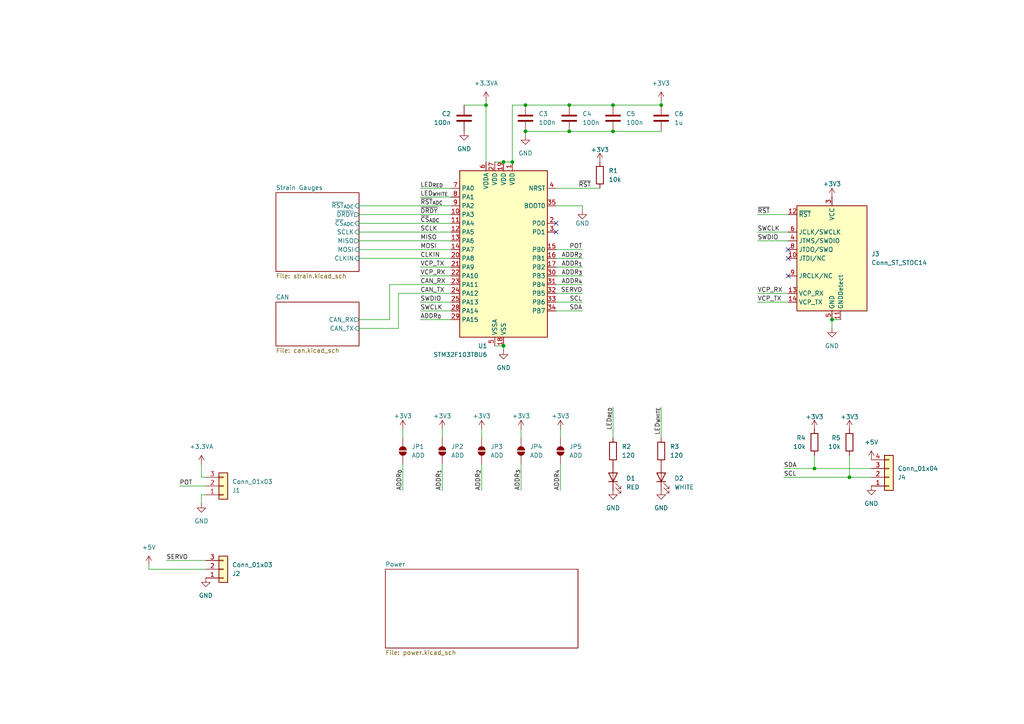
<source format=kicad_sch>
(kicad_sch (version 20250114) (generator "eeschema") (generator_version "9.0")
  (paper "A4")
  (title_block (title "Wing Module") (date "2025-08-14") (rev "1.0") (company "Savo Bajic"))
  (lib_symbols
    (symbol "Connector:Conn_ST_STDC14"
      (property "Reference" "J" (at -8.89 16.51 0))
      (property "Value" "Conn_ST_STDC14" (at 17.78 16.51 0))
      (symbol "Conn_ST_STDC14_0_1"
        (rectangle (start -10.16 15.24) (end 10.16 -15.24) (stroke (width 0.254)) (fill (type background)))
      )
      (symbol "Conn_ST_STDC14_1_1"
        (pin no_connect line (at -10.16 5.08 0) (length 2.54) (hide yes) (name "NC") (number "1"))
        (pin no_connect line (at -10.16 2.54 0) (length 2.54) (hide yes) (name "NC") (number "2"))
        (pin passive line (at -2.54 -17.78 90) (length 2.54) (name "GNDDetect") (number "11"))
        (pin power_in line (at 0 17.78 270) (length 2.54) (name "VCC") (number "3"))
        (pin power_in line (at 0 -17.78 90) (length 2.54) (name "GND") (number "5"))
        (pin passive line (at 0 -17.78 90) (length 2.54) (hide yes) (name "GND") (number "7"))
        (pin open_collector line (at 12.7 12.7 180) (length 2.54) (name "~{RST}") (number "12"))
        (pin output line (at 12.7 7.62 180) (length 2.54) (name "JCLK/SWCLK") (number "6"))
        (pin bidirectional line (at 12.7 5.08 180) (length 2.54) (name "JTMS/SWDIO") (number "4"))
        (pin input line (at 12.7 2.54 180) (length 2.54) (name "JTDO/SWO") (number "8"))
        (pin output line (at 12.7 0 180) (length 2.54) (name "JTDI/NC") (number "10"))
        (pin input line (at 12.7 -5.08 180) (length 2.54) (name "JRCLK/NC") (number "9"))
        (pin output line (at 12.7 -10.16 180) (length 2.54) (name "VCP_RX") (number "13"))
        (pin input line (at 12.7 -12.7 180) (length 2.54) (name "VCP_TX") (number "14"))
      )
    )
    (symbol "Connector_Generic:Conn_01x03" (pin_names (offset 1.016) (hide yes))
      (property "Reference" "J" (at 0 5.08 0))
      (property "Value" "Conn_01x03" (at 0 -5.08 0))
      (symbol "Conn_01x03_1_1"
        (rectangle (start -1.27 3.81) (end 1.27 -3.81) (stroke (width 0.254)) (fill (type background)))
        (rectangle (start -1.27 2.667) (end 0 2.413) (stroke (width 0.1524)))
        (rectangle (start -1.27 0.127) (end 0 -0.127) (stroke (width 0.1524)))
        (rectangle (start -1.27 -2.413) (end 0 -2.667) (stroke (width 0.1524)))
        (pin passive line (at -5.08 2.54 0) (length 3.81) (name "Pin_1") (number "1"))
        (pin passive line (at -5.08 0 0) (length 3.81) (name "Pin_2") (number "2"))
        (pin passive line (at -5.08 -2.54 0) (length 3.81) (name "Pin_3") (number "3"))
      )
    )
    (symbol "Connector_Generic:Conn_01x04" (pin_names (offset 1.016) (hide yes))
      (property "Reference" "J" (at 0 5.08 0))
      (property "Value" "Conn_01x04" (at 0 -7.62 0))
      (symbol "Conn_01x04_1_1"
        (rectangle (start -1.27 3.81) (end 1.27 -6.35) (stroke (width 0.254)) (fill (type background)))
        (rectangle (start -1.27 2.667) (end 0 2.413) (stroke (width 0.1524)))
        (rectangle (start -1.27 0.127) (end 0 -0.127) (stroke (width 0.1524)))
        (rectangle (start -1.27 -2.413) (end 0 -2.667) (stroke (width 0.1524)))
        (rectangle (start -1.27 -4.953) (end 0 -5.207) (stroke (width 0.1524)))
        (pin passive line (at -5.08 2.54 0) (length 3.81) (name "Pin_1") (number "1"))
        (pin passive line (at -5.08 0 0) (length 3.81) (name "Pin_2") (number "2"))
        (pin passive line (at -5.08 -2.54 0) (length 3.81) (name "Pin_3") (number "3"))
        (pin passive line (at -5.08 -5.08 0) (length 3.81) (name "Pin_4") (number "4"))
      )
    )
    (symbol "Device:C" (pin_numbers (hide yes)) (pin_names (offset 0.254))
      (property "Reference" "C" (at 0.635 2.54 0))
      (property "Value" "C" (at 0.635 -2.54 0))
      (symbol "C_0_1"
        (polyline (pts (xy -2.032 0.762) (xy 2.032 0.762)) (stroke (width 0.508)))
        (polyline (pts (xy -2.032 -0.762) (xy 2.032 -0.762)) (stroke (width 0.508)))
      )
      (symbol "C_1_1"
        (pin passive line (at 0 3.81 270) (length 2.794) (name "~") (number "1"))
        (pin passive line (at 0 -3.81 90) (length 2.794) (name "~") (number "2"))
      )
    )
    (symbol "Device:LED" (pin_numbers (hide yes)) (pin_names (offset 1.016) (hide yes))
      (property "Reference" "D" (at 0 2.54 0))
      (property "Value" "LED" (at 0 -2.54 0))
      (symbol "LED_0_1"
        (polyline (pts (xy -3.048 -0.762) (xy -4.572 -2.286) (xy -3.81 -2.286) (xy -4.572 -2.286) (xy -4.572 -1.524)))
        (polyline (pts (xy -1.778 -0.762) (xy -3.302 -2.286) (xy -2.54 -2.286) (xy -3.302 -2.286) (xy -3.302 -1.524)))
        (polyline (pts (xy -1.27 0) (xy 1.27 0)))
        (polyline (pts (xy -1.27 -1.27) (xy -1.27 1.27)) (stroke (width 0.254)))
        (polyline (pts (xy 1.27 -1.27) (xy 1.27 1.27) (xy -1.27 0) (xy 1.27 -1.27)) (stroke (width 0.254)))
      )
      (symbol "LED_1_1"
        (pin passive line (at -3.81 0 0) (length 2.54) (name "K") (number "1"))
        (pin passive line (at 3.81 0 180) (length 2.54) (name "A") (number "2"))
      )
    )
    (symbol "Device:R" (pin_numbers (hide yes)) (pin_names (offset 0))
      (property "Reference" "R" (at 2.032 0 90))
      (property "Value" "R" (at 0 0 90))
      (symbol "R_0_1"
        (rectangle (start -1.016 -2.54) (end 1.016 2.54) (stroke (width 0.254)))
      )
      (symbol "R_1_1"
        (pin passive line (at 0 3.81 270) (length 1.27) (name "~") (number "1"))
        (pin passive line (at 0 -3.81 90) (length 1.27) (name "~") (number "2"))
      )
    )
    (symbol "Jumper:SolderJumper_2_Open" (pin_numbers (hide yes)) (pin_names (offset 0) (hide yes)) (exclude_from_sim yes) (in_bom no)
      (property "Reference" "JP" (at 0 2.032 0))
      (property "Value" "SolderJumper_2_Open" (at 0 -2.54 0))
      (symbol "SolderJumper_2_Open_0_1"
        (polyline (pts (xy -0.254 1.016) (xy -0.254 -1.016)))
        (arc (start -0.254 -1.016) (mid -1.2656 0) (end -0.254 1.016))
        (arc (start -0.254 -1.016) (mid -1.2656 0) (end -0.254 1.016) (fill (type outline)))
        (arc (start 0.254 1.016) (mid 1.2656 0) (end 0.254 -1.016))
        (arc (start 0.254 1.016) (mid 1.2656 0) (end 0.254 -1.016) (fill (type outline)))
        (polyline (pts (xy 0.254 1.016) (xy 0.254 -1.016)))
      )
      (symbol "SolderJumper_2_Open_1_1"
        (pin passive line (at -3.81 0 0) (length 2.54) (name "A") (number "1"))
        (pin passive line (at 3.81 0 180) (length 2.54) (name "B") (number "2"))
      )
    )
    (symbol "MCU_ST_STM32F1:STM32F103T8Ux"
      (property "Reference" "U" (at -12.7 26.67 0))
      (property "Value" "STM32F103T8Ux" (at 7.62 26.67 0))
      (symbol "STM32F103T8Ux_0_1"
        (rectangle (start -12.7 -22.86) (end 12.7 25.4) (stroke (width 0.254)) (fill (type background)))
      )
      (symbol "STM32F103T8Ux_1_1"
        (pin input line (at -15.24 20.32 0) (length 2.54) (name "NRST") (number "4"))
        (pin input line (at -15.24 15.24 0) (length 2.54) (name "BOOT0") (number "35"))
        (pin bidirectional line (at -15.24 10.16 0) (length 2.54) (name "PD0") (number "2"))
        (pin bidirectional line (at -15.24 7.62 0) (length 2.54) (name "PD1") (number "3"))
        (pin bidirectional line (at -15.24 2.54 0) (length 2.54) (name "PB0") (number "15"))
        (pin bidirectional line (at -15.24 0 0) (length 2.54) (name "PB1") (number "16"))
        (pin bidirectional line (at -15.24 -2.54 0) (length 2.54) (name "PB2") (number "17"))
        (pin bidirectional line (at -15.24 -5.08 0) (length 2.54) (name "PB3") (number "30"))
        (pin bidirectional line (at -15.24 -7.62 0) (length 2.54) (name "PB4") (number "31"))
        (pin bidirectional line (at -15.24 -10.16 0) (length 2.54) (name "PB5") (number "32"))
        (pin bidirectional line (at -15.24 -12.7 0) (length 2.54) (name "PB6") (number "33"))
        (pin bidirectional line (at -15.24 -15.24 0) (length 2.54) (name "PB7") (number "34"))
        (pin power_in line (at -2.54 27.94 270) (length 2.54) (name "VDD") (number "1"))
        (pin power_in line (at 0 27.94 270) (length 2.54) (name "VDD") (number "19"))
        (pin power_in line (at 0 -25.4 90) (length 2.54) (name "VSS") (number "18"))
        (pin passive line (at 0 -25.4 90) (length 2.54) (hide yes) (name "VSS") (number "26"))
        (pin passive line (at 0 -25.4 90) (length 2.54) (hide yes) (name "VSS") (number "36"))
        (pin passive line (at 0 -25.4 90) (length 2.54) (hide yes) (name "VSS") (number "37"))
        (pin power_in line (at 2.54 27.94 270) (length 2.54) (name "VDD") (number "27"))
        (pin power_in line (at 2.54 -25.4 90) (length 2.54) (name "VSSA") (number "5"))
        (pin power_in line (at 5.08 27.94 270) (length 2.54) (name "VDDA") (number "6"))
        (pin bidirectional line (at 15.24 20.32 180) (length 2.54) (name "PA0") (number "7"))
        (pin bidirectional line (at 15.24 17.78 180) (length 2.54) (name "PA1") (number "8"))
        (pin bidirectional line (at 15.24 15.24 180) (length 2.54) (name "PA2") (number "9"))
        (pin bidirectional line (at 15.24 12.7 180) (length 2.54) (name "PA3") (number "10"))
        (pin bidirectional line (at 15.24 10.16 180) (length 2.54) (name "PA4") (number "11"))
        (pin bidirectional line (at 15.24 7.62 180) (length 2.54) (name "PA5") (number "12"))
        (pin bidirectional line (at 15.24 5.08 180) (length 2.54) (name "PA6") (number "13"))
        (pin bidirectional line (at 15.24 2.54 180) (length 2.54) (name "PA7") (number "14"))
        (pin bidirectional line (at 15.24 0 180) (length 2.54) (name "PA8") (number "20"))
        (pin bidirectional line (at 15.24 -2.54 180) (length 2.54) (name "PA9") (number "21"))
        (pin bidirectional line (at 15.24 -5.08 180) (length 2.54) (name "PA10") (number "22"))
        (pin bidirectional line (at 15.24 -7.62 180) (length 2.54) (name "PA11") (number "23"))
        (pin bidirectional line (at 15.24 -10.16 180) (length 2.54) (name "PA12") (number "24"))
        (pin bidirectional line (at 15.24 -12.7 180) (length 2.54) (name "PA13") (number "25"))
        (pin bidirectional line (at 15.24 -15.24 180) (length 2.54) (name "PA14") (number "28"))
        (pin bidirectional line (at 15.24 -17.78 180) (length 2.54) (name "PA15") (number "29"))
      )
    )
    (symbol "power:+3.3VA" (power) (pin_numbers (hide yes)) (pin_names (offset 0) (hide yes))
      (property "Value" "+3.3VA" (at 0 3.556 0))
      (symbol "+3.3VA_0_1"
        (polyline (pts (xy -0.762 1.27) (xy 0 2.54)))
        (polyline (pts (xy 0 2.54) (xy 0.762 1.27)))
        (polyline (pts (xy 0 0) (xy 0 2.54)))
      )
      (symbol "+3.3VA_1_1"
        (pin power_in line (at 0 0 90) (length 0) (name "~") (number "1"))
      )
    )
    (symbol "power:+3V3" (power) (pin_numbers (hide yes)) (pin_names (offset 0) (hide yes))
      (property "Value" "+3V3" (at 0 3.556 0))
      (symbol "+3V3_0_1"
        (polyline (pts (xy -0.762 1.27) (xy 0 2.54)))
        (polyline (pts (xy 0 2.54) (xy 0.762 1.27)))
        (polyline (pts (xy 0 0) (xy 0 2.54)))
      )
      (symbol "+3V3_1_1"
        (pin power_in line (at 0 0 90) (length 0) (name "~") (number "1"))
      )
    )
    (symbol "power:+5V" (power) (pin_numbers (hide yes)) (pin_names (offset 0) (hide yes))
      (property "Value" "+5V" (at 0 3.556 0))
      (symbol "+5V_0_1"
        (polyline (pts (xy -0.762 1.27) (xy 0 2.54)))
        (polyline (pts (xy 0 2.54) (xy 0.762 1.27)))
        (polyline (pts (xy 0 0) (xy 0 2.54)))
      )
      (symbol "+5V_1_1"
        (pin power_in line (at 0 0 90) (length 0) (name "~") (number "1"))
      )
    )
    (symbol "power:GND" (power) (pin_numbers (hide yes)) (pin_names (offset 0) (hide yes))
      (property "Value" "GND" (at 0 -3.81 0))
      (symbol "GND_0_1"
        (polyline (pts (xy 0 0) (xy 0 -1.27) (xy 1.27 -1.27) (xy 0 -2.54) (xy -1.27 -1.27) (xy 0 -1.27)))
      )
      (symbol "GND_1_1"
        (pin power_in line (at 0 0 270) (length 0) (name "~") (number "1"))
      )
    )
  )
  (junction (at 246.38 138.43))
  (junction (at 236.22 135.89))
  (junction (at 177.8 38.1))
  (junction (at 146.05 46.99))
  (junction (at 152.4 38.1))
  (junction (at 165.1 30.48))
  (junction (at 165.1 38.1))
  (junction (at 241.3 92.71))
  (junction (at 140.97 30.48))
  (junction (at 148.59 46.99))
  (junction (at 146.05 100.33))
  (junction (at 177.8 30.48))
  (junction (at 191.77 30.48))
  (junction (at 152.4 30.48))
  (no_connect (at 161.29 67.31))
  (no_connect (at 161.29 64.77))
  (no_connect (at 228.6 80.01))
  (no_connect (at 228.6 72.39))
  (no_connect (at 228.6 74.93))
  (wire (pts (xy 104.14 92.71) (xy 113.03 92.71)))
  (wire (pts (xy 148.59 46.99) (xy 146.05 46.99)))
  (wire (pts (xy 113.03 92.71) (xy 113.03 82.55)))
  (wire (pts (xy 168.91 77.47) (xy 161.29 77.47)))
  (wire (pts (xy 241.3 92.71) (xy 243.84 92.71)))
  (wire (pts (xy 241.3 95.25) (xy 241.3 92.71)))
  (wire (pts (xy 48.26 162.56) (xy 59.69 162.56)))
  (wire (pts (xy 219.71 67.31) (xy 228.6 67.31)))
  (wire (pts (xy 162.56 142.24) (xy 162.56 134.62)))
  (wire (pts (xy 177.8 118.11) (xy 177.8 127)))
  (wire (pts (xy 152.4 30.48) (xy 148.59 30.48)))
  (wire (pts (xy 168.91 59.69) (xy 161.29 59.69)))
  (wire (pts (xy 219.71 69.85) (xy 228.6 69.85)))
  (wire (pts (xy 219.71 87.63) (xy 228.6 87.63)))
  (wire (pts (xy 115.57 85.09) (xy 130.81 85.09)))
  (wire (pts (xy 58.42 138.43) (xy 59.69 138.43)))
  (wire (pts (xy 168.91 74.93) (xy 161.29 74.93)))
  (wire (pts (xy 177.8 30.48) (xy 165.1 30.48)))
  (wire (pts (xy 128.27 124.46) (xy 128.27 127)))
  (wire (pts (xy 146.05 101.6) (xy 146.05 100.33)))
  (wire (pts (xy 128.27 142.24) (xy 128.27 134.62)))
  (wire (pts (xy 148.59 30.48) (xy 148.59 46.99)))
  (wire (pts (xy 227.33 135.89) (xy 236.22 135.89)))
  (wire (pts (xy 236.22 135.89) (xy 252.73 135.89)))
  (wire (pts (xy 139.7 124.46) (xy 139.7 127)))
  (wire (pts (xy 246.38 132.08) (xy 246.38 138.43)))
  (wire (pts (xy 191.77 118.11) (xy 191.77 127)))
  (wire (pts (xy 113.03 82.55) (xy 130.81 82.55)))
  (wire (pts (xy 104.14 72.39) (xy 130.81 72.39)))
  (wire (pts (xy 104.14 67.31) (xy 130.81 67.31)))
  (wire (pts (xy 191.77 30.48) (xy 177.8 30.48)))
  (wire (pts (xy 121.92 92.71) (xy 130.81 92.71)))
  (wire (pts (xy 146.05 46.99) (xy 143.51 46.99)))
  (wire (pts (xy 121.92 80.01) (xy 130.81 80.01)))
  (wire (pts (xy 191.77 29.21) (xy 191.77 30.48)))
  (wire (pts (xy 43.18 163.83) (xy 43.18 165.1)))
  (wire (pts (xy 219.71 62.23) (xy 228.6 62.23)))
  (wire (pts (xy 140.97 30.48) (xy 134.62 30.48)))
  (wire (pts (xy 121.92 90.17) (xy 130.81 90.17)))
  (wire (pts (xy 168.91 60.96) (xy 168.91 59.69)))
  (wire (pts (xy 121.92 54.61) (xy 130.81 54.61)))
  (wire (pts (xy 104.14 69.85) (xy 130.81 69.85)))
  (wire (pts (xy 236.22 132.08) (xy 236.22 135.89)))
  (wire (pts (xy 104.14 62.23) (xy 130.81 62.23)))
  (wire (pts (xy 173.99 54.61) (xy 161.29 54.61)))
  (wire (pts (xy 104.14 59.69) (xy 130.81 59.69)))
  (wire (pts (xy 177.8 38.1) (xy 165.1 38.1)))
  (wire (pts (xy 58.42 143.51) (xy 58.42 146.05)))
  (wire (pts (xy 58.42 143.51) (xy 59.69 143.51)))
  (wire (pts (xy 152.4 38.1) (xy 152.4 39.37)))
  (wire (pts (xy 146.05 100.33) (xy 143.51 100.33)))
  (wire (pts (xy 151.13 124.46) (xy 151.13 127)))
  (wire (pts (xy 168.91 85.09) (xy 161.29 85.09)))
  (wire (pts (xy 165.1 30.48) (xy 152.4 30.48)))
  (wire (pts (xy 43.18 165.1) (xy 59.69 165.1)))
  (wire (pts (xy 227.33 138.43) (xy 246.38 138.43)))
  (wire (pts (xy 140.97 29.21) (xy 140.97 30.48)))
  (wire (pts (xy 58.42 134.62) (xy 58.42 138.43)))
  (wire (pts (xy 165.1 38.1) (xy 152.4 38.1)))
  (wire (pts (xy 139.7 142.24) (xy 139.7 134.62)))
  (wire (pts (xy 52.07 140.97) (xy 59.69 140.97)))
  (wire (pts (xy 104.14 64.77) (xy 130.81 64.77)))
  (wire (pts (xy 116.84 142.24) (xy 116.84 134.62)))
  (wire (pts (xy 121.92 57.15) (xy 130.81 57.15)))
  (wire (pts (xy 246.38 138.43) (xy 252.73 138.43)))
  (wire (pts (xy 104.14 74.93) (xy 130.81 74.93)))
  (wire (pts (xy 219.71 85.09) (xy 228.6 85.09)))
  (wire (pts (xy 168.91 87.63) (xy 161.29 87.63)))
  (wire (pts (xy 104.14 95.25) (xy 115.57 95.25)))
  (wire (pts (xy 162.56 124.46) (xy 162.56 127)))
  (wire (pts (xy 115.57 95.25) (xy 115.57 85.09)))
  (wire (pts (xy 168.91 82.55) (xy 161.29 82.55)))
  (wire (pts (xy 151.13 142.24) (xy 151.13 134.62)))
  (wire (pts (xy 168.91 72.39) (xy 161.29 72.39)))
  (wire (pts (xy 121.92 87.63) (xy 130.81 87.63)))
  (wire (pts (xy 191.77 38.1) (xy 177.8 38.1)))
  (wire (pts (xy 168.91 80.01) (xy 161.29 80.01)))
  (wire (pts (xy 121.92 77.47) (xy 130.81 77.47)))
  (wire (pts (xy 168.91 90.17) (xy 161.29 90.17)))
  (wire (pts (xy 116.84 124.46) (xy 116.84 127)))
  (wire (pts (xy 140.97 30.48) (xy 140.97 46.99)))
  (label "~{CS}_{ADC}" (at 121.92 64.77 0))
  (label "ADDR_{3}" (at 168.91 80.01 180))
  (label "~{RST}" (at 219.71 62.23 0))
  (label "CLKIN" (at 121.92 74.93 0))
  (label "MISO" (at 121.92 69.85 0))
  (label "CAN_RX" (at 121.92 82.55 0))
  (label "SWDIO" (at 121.92 87.63 0))
  (label "LED_{WHITE}" (at 121.92 57.15 0))
  (label "SERVO" (at 48.26 162.56 0))
  (label "ADDR_{4}" (at 168.91 82.55 180))
  (label "SERVO" (at 168.91 85.09 180))
  (label "SCLK" (at 121.92 67.31 0))
  (label "SCL" (at 168.91 87.63 180))
  (label "ADDR_{0}" (at 121.92 92.71 0))
  (label "SDA" (at 227.33 135.89 0))
  (label "POT" (at 168.91 72.39 180))
  (label "LED_{RED}" (at 177.8 118.11 270))
  (label "SCL" (at 227.33 138.43 0))
  (label "ADDR_{0}" (at 116.84 142.24 90))
  (label "ADDR_{2}" (at 139.7 142.24 90))
  (label "CAN_TX" (at 121.92 85.09 0))
  (label "LED_{WHITE}" (at 191.77 118.11 270))
  (label "VCP_TX" (at 121.92 77.47 0))
  (label "~{RST}" (at 171.45 54.61 180))
  (label "LED_{RED}" (at 121.92 54.61 0))
  (label "ADDR_{3}" (at 151.13 142.24 90))
  (label "SWCLK" (at 121.92 90.17 0))
  (label "VCP_TX" (at 219.71 87.63 0))
  (label "SWDIO" (at 219.71 69.85 0))
  (label "SDA" (at 168.91 90.17 180))
  (label "~{RST}_{ADC}" (at 121.92 59.69 0))
  (label "SWCLK" (at 219.71 67.31 0))
  (label "ADDR_{2}" (at 168.91 74.93 180))
  (label "ADDR_{1}" (at 128.27 142.24 90))
  (label "VCP_RX" (at 121.92 80.01 0))
  (label "~{DRDY}" (at 121.92 62.23 0))
  (label "MOSI" (at 121.92 72.39 0))
  (label "ADDR_{1}" (at 168.91 77.47 180))
  (label "ADDR_{4}" (at 162.56 142.24 90))
  (label "POT" (at 52.07 140.97 0))
  (label "VCP_RX" (at 219.71 85.09 0))
  (symbol (lib_id "power:GND") (at 168.91 60.96 0) (mirror y) (unit 1)
    (property "Reference" "#PWR014" (effects (hide yes)))
    (property "Value" "GND" (at 168.91 64.77 0))
    (property "Description" "Power symbol creates a global label with name \"GND\" , ground" (effects (hide yes)))
  )
  (symbol (lib_id "power:+5V") (at 43.18 163.83 0) (unit 1)
    (property "Reference" "#PWR01" (effects (hide yes)))
    (property "Value" "+5V" (at 43.18 158.75 0))
    (property "Description" "Power symbol creates a global label with name \"+5V\"" (effects (hide yes)))
  )
  (symbol (lib_id "Device:R") (at 173.99 50.8 0) (unit 1)
    (property "Reference" "R1" (at 176.53 49.5299 0) (effects (justify left)))
    (property "Value" "10k" (at 176.53 52.0699 0) (effects (justify left)))
    (property "Footprint" "Resistor_SMD:R_0402_1005Metric" (effects (hide yes)))
    (property "Description" "Resistor" (effects (hide yes)))
    (property "LCSC" "C723353" (effects (hide yes)))
  )
  (symbol (lib_id "Connector_Generic:Conn_01x04") (at 257.81 138.43 0) (mirror x) (unit 1)
    (property "Reference" "J4" (at 260.35 138.4301 0) (effects (justify left)))
    (property "Value" "Conn_01x04" (at 260.35 135.8901 0) (effects (justify left)))
    (property "Footprint" "Connector_JST:JST_EH_B4B-EH-A_1x04_P2.50mm_Vertical" (effects (hide yes)))
    (property "Description" "Generic connector, single row, 01x04, script generated (kicad-library-utils/schlib/autogen/connector/)" (effects (hide yes)))
    (property "LCSC" "C160258" (effects (hide yes)))
  )
  (symbol (lib_id "power:+3.3VA") (at 140.97 29.21 0) (mirror y) (unit 1)
    (property "Reference" "#PWR09" (effects (hide yes)))
    (property "Value" "+3.3VA" (at 140.97 24.13 0))
    (property "Description" "Power symbol creates a global label with name \"+3.3VA\"" (effects (hide yes)))
  )
  (symbol (lib_id "power:+3V3") (at 162.56 124.46 0) (unit 1)
    (property "Reference" "#PWR013" (effects (hide yes)))
    (property "Value" "+3V3" (at 162.56 120.65 0))
    (property "Description" "Power symbol creates a global label with name \"+3V3\"" (effects (hide yes)))
  )
  (symbol (lib_id "power:+3V3") (at 139.7 124.46 0) (unit 1)
    (property "Reference" "#PWR08" (effects (hide yes)))
    (property "Value" "+3V3" (at 139.7 120.65 0))
    (property "Description" "Power symbol creates a global label with name \"+3V3\"" (effects (hide yes)))
  )
  (symbol (lib_id "Device:C") (at 165.1 34.29 0) (unit 1)
    (property "Reference" "C4" (at 168.91 33.0199 0) (effects (justify left)))
    (property "Value" "100n" (at 168.91 35.5599 0) (effects (justify left)))
    (property "Footprint" "Capacitor_SMD:C_0402_1005Metric" (effects (hide yes)))
    (property "Description" "Unpolarized capacitor" (effects (hide yes)))
    (property "LCSC" "C5448875" (effects (hide yes)))
  )
  (symbol (lib_id "power:+3V3") (at 191.77 29.21 0) (mirror y) (unit 1)
    (property "Reference" "#PWR017" (effects (hide yes)))
    (property "Value" "+3V3" (at 194.31 24.13 0) (effects (justify left)))
    (property "Description" "Power symbol creates a global label with name \"+3V3\"" (effects (hide yes)))
  )
  (symbol (lib_id "power:+3V3") (at 151.13 124.46 0) (unit 1)
    (property "Reference" "#PWR011" (effects (hide yes)))
    (property "Value" "+3V3" (at 151.13 120.65 0))
    (property "Description" "Power symbol creates a global label with name \"+3V3\"" (effects (hide yes)))
  )
  (symbol (lib_id "power:+3V3") (at 116.84 124.46 0) (unit 1)
    (property "Reference" "#PWR05" (effects (hide yes)))
    (property "Value" "+3V3" (at 116.84 120.65 0))
    (property "Description" "Power symbol creates a global label with name \"+3V3\"" (effects (hide yes)))
  )
  (symbol (lib_id "Device:R") (at 177.8 130.81 0) (unit 1)
    (property "Reference" "R2" (at 180.34 129.5399 0) (effects (justify left)))
    (property "Value" "120" (at 180.34 132.0799 0) (effects (justify left)))
    (property "Footprint" "Resistor_SMD:R_0402_1005Metric" (effects (hide yes)))
    (property "Description" "Resistor" (effects (hide yes)))
    (property "LCSC" "C25079" (effects (hide yes)))
  )
  (symbol (lib_id "power:+3V3") (at 241.3 57.15 0) (unit 1)
    (property "Reference" "#PWR020" (effects (hide yes)))
    (property "Value" "+3V3" (at 241.3 53.34 0))
    (property "Description" "Power symbol creates a global label with name \"+3V3\"" (effects (hide yes)))
  )
  (symbol (lib_id "power:+5V") (at 252.73 133.35 0) (unit 1)
    (property "Reference" "#PWR023" (effects (hide yes)))
    (property "Value" "+5V" (at 252.73 128.27 0))
    (property "Description" "Power symbol creates a global label with name \"+5V\"" (effects (hide yes)))
  )
  (symbol (lib_id "Connector_Generic:Conn_01x03") (at 64.77 140.97 0) (mirror x) (unit 1)
    (property "Reference" "J1" (at 67.31 142.2401 0) (effects (justify left)))
    (property "Value" "Conn_01x03" (at 67.31 139.7001 0) (effects (justify left)))
    (property "Footprint" "Connector_JST:JST_EH_B3B-EH-A_1x03_P2.50mm_Vertical" (effects (hide yes)))
    (property "Description" "Generic connector, single row, 01x03, script generated (kicad-library-utils/schlib/autogen/connector/)" (effects (hide yes)))
    (property "LCSC" "C398546" (effects (hide yes)))
  )
  (symbol (lib_id "Jumper:SolderJumper_2_Open") (at 151.13 130.81 90) (unit 1) (in_bom no)
    (property "Reference" "JP4" (at 153.67 129.5399 90) (effects (justify right)))
    (property "Value" "ADD" (at 153.67 132.0799 90) (effects (justify right)))
    (property "Footprint" "Jumper:SolderJumper-2_P1.3mm_Open_TrianglePad1.0x1.5mm" (effects (hide yes)))
    (property "Description" "Solder Jumper, 2-pole, open" (effects (hide yes)))
    (property "LCSC" "N/A" (effects (hide yes)))
  )
  (symbol (lib_id "Connector_Generic:Conn_01x03") (at 64.77 165.1 0) (mirror x) (unit 1)
    (property "Reference" "J2" (at 67.31 166.3701 0) (effects (justify left)))
    (property "Value" "Conn_01x03" (at 67.31 163.8301 0) (effects (justify left)))
    (property "Footprint" "Connector_JST:JST_EH_B3B-EH-A_1x03_P2.50mm_Vertical" (effects (hide yes)))
    (property "Description" "Generic connector, single row, 01x03, script generated (kicad-library-utils/schlib/autogen/connector/)" (effects (hide yes)))
    (property "LCSC" "C398546" (effects (hide yes)))
  )
  (symbol (lib_id "Jumper:SolderJumper_2_Open") (at 128.27 130.81 90) (unit 1) (in_bom no)
    (property "Reference" "JP2" (at 130.81 129.5399 90) (effects (justify right)))
    (property "Value" "ADD" (at 130.81 132.0799 90) (effects (justify right)))
    (property "Footprint" "Jumper:SolderJumper-2_P1.3mm_Open_TrianglePad1.0x1.5mm" (effects (hide yes)))
    (property "Description" "Solder Jumper, 2-pole, open" (effects (hide yes)))
    (property "LCSC" "N/A" (effects (hide yes)))
  )
  (symbol (lib_id "Device:LED") (at 191.77 138.43 90) (unit 1)
    (property "Reference" "D2" (at 195.58 138.7474 90) (effects (justify right)))
    (property "Value" "WHITE" (at 195.58 141.2874 90) (effects (justify right)))
    (property "Footprint" "LED_SMD:LED_0805_2012Metric" (effects (hide yes)))
    (property "Description" "Light emitting diode" (effects (hide yes)))
    (property "Sim.Pins" "1=K 2=A" (effects (hide yes)))
    (property "LCSC" "C34499" (effects (hide yes)))
  )
  (symbol (lib_id "power:GND") (at 252.73 140.97 0) (unit 1)
    (property "Reference" "#PWR024" (effects (hide yes)))
    (property "Value" "GND" (at 252.73 146.05 0))
    (property "Description" "Power symbol creates a global label with name \"GND\" , ground" (effects (hide yes)))
  )
  (symbol (lib_id "Jumper:SolderJumper_2_Open") (at 116.84 130.81 90) (unit 1) (in_bom no)
    (property "Reference" "JP1" (at 119.38 129.5399 90) (effects (justify right)))
    (property "Value" "ADD" (at 119.38 132.0799 90) (effects (justify right)))
    (property "Footprint" "Jumper:SolderJumper-2_P1.3mm_Open_TrianglePad1.0x1.5mm" (effects (hide yes)))
    (property "Description" "Solder Jumper, 2-pole, open" (effects (hide yes)))
    (property "LCSC" "N/A" (effects (hide yes)))
  )
  (symbol (lib_id "Device:C") (at 177.8 34.29 0) (unit 1)
    (property "Reference" "C5" (at 181.61 33.0199 0) (effects (justify left)))
    (property "Value" "100n" (at 181.61 35.5599 0) (effects (justify left)))
    (property "Footprint" "Capacitor_SMD:C_0402_1005Metric" (effects (hide yes)))
    (property "Description" "Unpolarized capacitor" (effects (hide yes)))
    (property "LCSC" "C5448875" (effects (hide yes)))
  )
  (symbol (lib_id "power:GND") (at 177.8 142.24 0) (unit 1)
    (property "Reference" "#PWR016" (effects (hide yes)))
    (property "Value" "GND" (at 177.8 147.32 0))
    (property "Description" "Power symbol creates a global label with name \"GND\" , ground" (effects (hide yes)))
  )
  (symbol (lib_id "power:+3V3") (at 128.27 124.46 0) (unit 1)
    (property "Reference" "#PWR06" (effects (hide yes)))
    (property "Value" "+3V3" (at 128.27 120.65 0))
    (property "Description" "Power symbol creates a global label with name \"+3V3\"" (effects (hide yes)))
  )
  (symbol (lib_id "power:GND") (at 191.77 142.24 0) (unit 1)
    (property "Reference" "#PWR018" (effects (hide yes)))
    (property "Value" "GND" (at 191.77 147.32 0))
    (property "Description" "Power symbol creates a global label with name \"GND\" , ground" (effects (hide yes)))
  )
  (symbol (lib_id "Device:C") (at 134.62 34.29 0) (mirror y) (unit 1)
    (property "Reference" "C2" (at 130.81 33.0199 0) (effects (justify left)))
    (property "Value" "100n" (at 130.81 35.5599 0) (effects (justify left)))
    (property "Footprint" "Capacitor_SMD:C_0402_1005Metric" (effects (hide yes)))
    (property "Description" "Unpolarized capacitor" (effects (hide yes)))
    (property "LCSC" "C5448875" (effects (hide yes)))
  )
  (symbol (lib_id "MCU_ST_STM32F1:STM32F103T8Ux") (at 146.05 74.93 0) (mirror y) (unit 1)
    (property "Reference" "U1" (at 141.3667 100.33 0) (effects (justify left)))
    (property "Value" "STM32F103T8U6" (at 141.3667 102.87 0) (effects (justify left)))
    (property "Footprint" "Package_DFN_QFN:QFN-36-1EP_6x6mm_P0.5mm_EP3.7x3.7mm" (effects (hide yes)))
    (property "Datasheet" "https://www.st.com/resource/en/datasheet/stm32f103t8.pdf" (effects (hide yes)))
    (property "Description" "STMicroelectronics Arm Cortex-M3 MCU, 64KB flash, 20KB RAM, 72 MHz, 2.0-3.6V, 26 GPIO, VFQFPN36" (effects (hide yes)))
    (property "LCSC" "C19671" (effects (hide yes)))
  )
  (symbol (lib_id "Device:R") (at 246.38 128.27 0) (mirror y) (unit 1)
    (property "Reference" "R5" (at 243.84 126.9999 0) (effects (justify left)))
    (property "Value" "10k" (at 243.84 129.5399 0) (effects (justify left)))
    (property "Footprint" "Resistor_SMD:R_0402_1005Metric" (effects (hide yes)))
    (property "Description" "Resistor" (effects (hide yes)))
    (property "LCSC" "C723353" (effects (hide yes)))
  )
  (symbol (lib_id "power:+3V3") (at 246.38 124.46 0) (unit 1)
    (property "Reference" "#PWR022" (effects (hide yes)))
    (property "Value" "+3V3" (at 246.38 120.904 0))
    (property "Description" "Power symbol creates a global label with name \"+3V3\"" (effects (hide yes)))
  )
  (symbol (lib_id "Device:C") (at 191.77 34.29 0) (unit 1)
    (property "Reference" "C6" (at 195.58 33.0199 0) (effects (justify left)))
    (property "Value" "1u" (at 195.58 35.5599 0) (effects (justify left)))
    (property "Footprint" "Capacitor_SMD:C_0402_1005Metric" (effects (hide yes)))
    (property "Description" "Unpolarized capacitor" (effects (hide yes)))
    (property "LCSC" "C52923" (effects (hide yes)))
  )
  (symbol (lib_id "Device:R") (at 236.22 128.27 0) (mirror y) (unit 1)
    (property "Reference" "R4" (at 233.68 126.9999 0) (effects (justify left)))
    (property "Value" "10k" (at 233.68 129.5399 0) (effects (justify left)))
    (property "Footprint" "Resistor_SMD:R_0402_1005Metric" (effects (hide yes)))
    (property "Description" "Resistor" (effects (hide yes)))
    (property "LCSC" "C723353" (effects (hide yes)))
  )
  (symbol (lib_id "power:GND") (at 59.69 167.64 0) (unit 1)
    (property "Reference" "#PWR04" (effects (hide yes)))
    (property "Value" "GND" (at 59.69 172.72 0))
    (property "Description" "Power symbol creates a global label with name \"GND\" , ground" (effects (hide yes)))
  )
  (symbol (lib_id "power:GND") (at 241.3 95.25 0) (unit 1)
    (property "Reference" "#PWR021" (effects (hide yes)))
    (property "Value" "GND" (at 241.3 100.33 0))
    (property "Description" "Power symbol creates a global label with name \"GND\" , ground" (effects (hide yes)))
  )
  (symbol (lib_id "Jumper:SolderJumper_2_Open") (at 162.56 130.81 90) (unit 1) (in_bom no)
    (property "Reference" "JP5" (at 165.1 129.5399 90) (effects (justify right)))
    (property "Value" "ADD" (at 165.1 132.0799 90) (effects (justify right)))
    (property "Footprint" "Jumper:SolderJumper-2_P1.3mm_Open_TrianglePad1.0x1.5mm" (effects (hide yes)))
    (property "Description" "Solder Jumper, 2-pole, open" (effects (hide yes)))
    (property "LCSC" "N/A" (effects (hide yes)))
  )
  (symbol (lib_id "power:+3.3VA") (at 58.42 134.62 0) (unit 1)
    (property "Reference" "#PWR02" (effects (hide yes)))
    (property "Value" "+3.3VA" (at 58.42 129.54 0))
    (property "Description" "Power symbol creates a global label with name \"+3.3VA\"" (effects (hide yes)))
  )
  (symbol (lib_id "power:GND") (at 134.62 38.1 0) (mirror y) (unit 1)
    (property "Reference" "#PWR07" (effects (hide yes)))
    (property "Value" "GND" (at 134.62 43.18 0))
    (property "Description" "Power symbol creates a global label with name \"GND\" , ground" (effects (hide yes)))
  )
  (symbol (lib_id "power:GND") (at 146.05 101.6 0) (mirror y) (unit 1)
    (property "Reference" "#PWR010" (effects (hide yes)))
    (property "Value" "GND" (at 146.05 106.68 0))
    (property "Description" "Power symbol creates a global label with name \"GND\" , ground" (effects (hide yes)))
  )
  (symbol (lib_id "Device:C") (at 152.4 34.29 0) (unit 1)
    (property "Reference" "C3" (at 156.21 33.0199 0) (effects (justify left)))
    (property "Value" "100n" (at 156.21 35.5599 0) (effects (justify left)))
    (property "Footprint" "Capacitor_SMD:C_0402_1005Metric" (effects (hide yes)))
    (property "Description" "Unpolarized capacitor" (effects (hide yes)))
    (property "LCSC" "C5448875" (effects (hide yes)))
  )
  (symbol (lib_id "power:+3V3") (at 173.99 46.99 0) (mirror y) (unit 1)
    (property "Reference" "#PWR015" (effects (hide yes)))
    (property "Value" "+3V3" (at 173.99 43.434 0))
    (property "Description" "Power symbol creates a global label with name \"+3V3\"" (effects (hide yes)))
  )
  (symbol (lib_id "power:GND") (at 58.42 146.05 0) (unit 1)
    (property "Reference" "#PWR03" (effects (hide yes)))
    (property "Value" "GND" (at 58.42 151.13 0))
    (property "Description" "Power symbol creates a global label with name \"GND\" , ground" (effects (hide yes)))
  )
  (symbol (lib_id "power:GND") (at 152.4 39.37 0) (mirror y) (unit 1)
    (property "Reference" "#PWR012" (effects (hide yes)))
    (property "Value" "GND" (at 152.4 44.45 0))
    (property "Description" "Power symbol creates a global label with name \"GND\" , ground" (effects (hide yes)))
  )
  (symbol (lib_id "Jumper:SolderJumper_2_Open") (at 139.7 130.81 90) (unit 1) (in_bom no)
    (property "Reference" "JP3" (at 142.24 129.5399 90) (effects (justify right)))
    (property "Value" "ADD" (at 142.24 132.0799 90) (effects (justify right)))
    (property "Footprint" "Jumper:SolderJumper-2_P1.3mm_Open_TrianglePad1.0x1.5mm" (effects (hide yes)))
    (property "Description" "Solder Jumper, 2-pole, open" (effects (hide yes)))
    (property "LCSC" "N/A" (effects (hide yes)))
  )
  (symbol (lib_id "Device:LED") (at 177.8 138.43 90) (unit 1)
    (property "Reference" "D1" (at 181.61 138.7474 90) (effects (justify right)))
    (property "Value" "RED" (at 181.61 141.2874 90) (effects (justify right)))
    (property "Footprint" "LED_SMD:LED_0805_2012Metric" (effects (hide yes)))
    (property "Description" "Light emitting diode" (effects (hide yes)))
    (property "Sim.Pins" "1=K 2=A" (effects (hide yes)))
    (property "LCSC" "C84256" (effects (hide yes)))
  )
  (symbol (lib_id "power:+3V3") (at 236.22 124.46 0) (unit 1)
    (property "Reference" "#PWR019" (effects (hide yes)))
    (property "Value" "+3V3" (at 236.22 120.904 0))
    (property "Description" "Power symbol creates a global label with name \"+3V3\"" (effects (hide yes)))
  )
  (symbol (lib_id "Connector:Conn_ST_STDC14") (at 241.3 74.93 0) (mirror y) (unit 1)
    (property "Reference" "J3" (at 252.73 73.6599 0) (effects (justify right)))
    (property "Value" "Conn_ST_STDC14" (at 252.73 76.1999 0) (effects (justify right)))
    (property "Footprint" "Connector_PinHeader_1.27mm:PinHeader_2x07_P1.27mm_Vertical_SMD" (effects (hide yes)))
    (property "Datasheet" "https://www.st.com/content/ccc/resource/technical/document/user_manual/group1/99/49/91/b6/b2/3a/46/e5/DM00526767/files/DM00526767.pdf/jcr:content/translations/en.DM00526767.pdf" (effects (hide yes)))
    (property "Description" "ST Debug Connector, standard ARM Cortex-M SWD and JTAG interface plus UART" (effects (hide yes)))
    (property "LCSC" "C6332251" (effects (hide yes)))
  )
  (symbol (lib_id "Device:R") (at 191.77 130.81 0) (unit 1)
    (property "Reference" "R3" (at 194.31 129.5399 0) (effects (justify left)))
    (property "Value" "120" (at 194.31 132.0799 0) (effects (justify left)))
    (property "Footprint" "Resistor_SMD:R_0402_1005Metric" (effects (hide yes)))
    (property "Description" "Resistor" (effects (hide yes)))
    (property "LCSC" "C25079" (effects (hide yes)))
  )
  (sheet (at 111.76 165.1) (size 55.88 22.86) (stroke (width 0.1524))
    (property "Sheetname" "Power" (at 111.76 164.3884 0) (effects (justify left bottom)))
    (property "Sheetfile" "power.kicad_sch" (at 111.76 188.5446 0) (effects (justify left top)))
  )
  (sheet (at 80.01 55.88) (size 24.13 22.86) (stroke (width 0.1524))
    (property "Sheetname" "Strain Gauges" (at 80.01 55.1684 0) (effects (justify left bottom)))
    (property "Sheetfile" "strain.kicad_sch" (at 80.01 79.3246 0) (effects (justify left top)))
    (pin "CLKIN" input (at 104.14 74.93 0))
    (pin "MISO" output (at 104.14 69.85 0))
    (pin "MOSI" input (at 104.14 72.39 0))
    (pin "SCLK" input (at 104.14 67.31 0))
    (pin "~{CS}_{ADC}" input (at 104.14 64.77 0))
    (pin "~{DRDY}" output (at 104.14 62.23 0))
    (pin "~{RST}_{ADC}" input (at 104.14 59.69 0))
  )
  (sheet (at 80.01 87.63) (size 24.13 12.7) (stroke (width 0.1524))
    (property "Sheetname" "CAN" (at 80.01 86.9184 0) (effects (justify left bottom)))
    (property "Sheetfile" "can.kicad_sch" (at 80.01 100.9146 0) (effects (justify left top)))
    (pin "CAN_RX" output (at 104.14 92.71 0))
    (pin "CAN_TX" input (at 104.14 95.25 0))
  )
)
</source>
